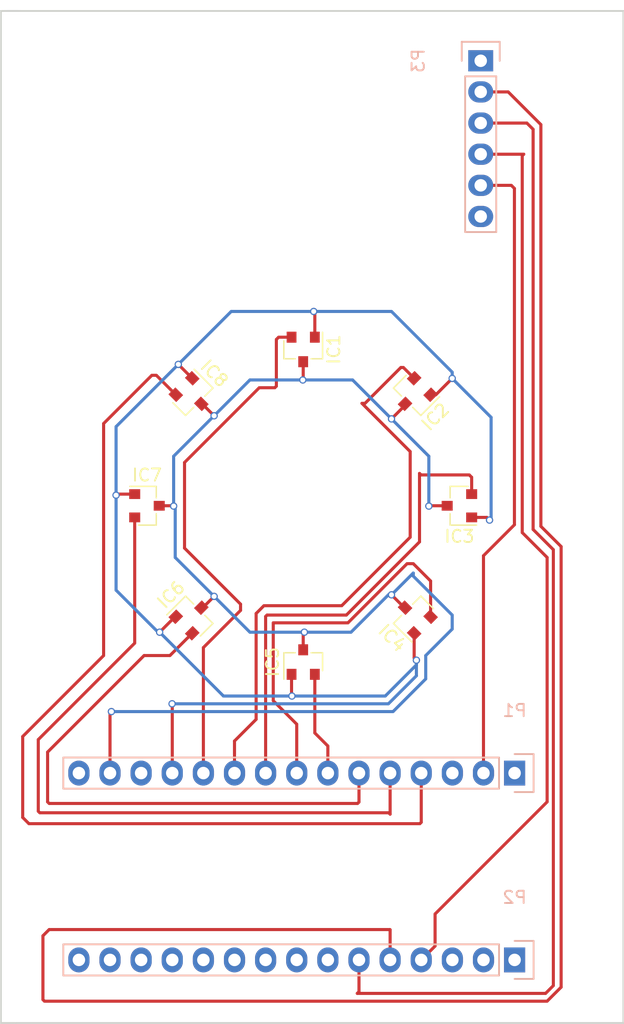
<source format=kicad_pcb>
(kicad_pcb (version 4) (host pcbnew 4.0.4-stable)

  (general
    (links 28)
    (no_connects 0)
    (area 100.254999 71.420666 151.205001 155.015001)
    (thickness 1.6)
    (drawings 9)
    (tracks 204)
    (zones 0)
    (modules 11)
    (nets 33)
  )

  (page A4)
  (layers
    (0 F.Cu signal)
    (31 B.Cu signal)
    (32 B.Adhes user)
    (33 F.Adhes user)
    (34 B.Paste user)
    (35 F.Paste user)
    (36 B.SilkS user)
    (37 F.SilkS user)
    (38 B.Mask user)
    (39 F.Mask user)
    (40 Dwgs.User user)
    (41 Cmts.User user)
    (42 Eco1.User user)
    (43 Eco2.User user)
    (44 Edge.Cuts user)
    (45 Margin user)
    (46 B.CrtYd user)
    (47 F.CrtYd user)
    (48 B.Fab user)
    (49 F.Fab user)
  )

  (setup
    (last_trace_width 0.25)
    (trace_clearance 0.2)
    (zone_clearance 0.508)
    (zone_45_only yes)
    (trace_min 0.2)
    (segment_width 0.2)
    (edge_width 0.15)
    (via_size 0.6)
    (via_drill 0.4)
    (via_min_size 0.4)
    (via_min_drill 0.3)
    (uvia_size 0.3)
    (uvia_drill 0.1)
    (uvias_allowed no)
    (uvia_min_size 0.2)
    (uvia_min_drill 0.1)
    (pcb_text_width 0.3)
    (pcb_text_size 1.5 1.5)
    (mod_edge_width 0.15)
    (mod_text_size 1 1)
    (mod_text_width 0.15)
    (pad_size 1.7272 2.032)
    (pad_drill 1.016)
    (pad_to_mask_clearance 0.2)
    (aux_axis_origin 0 0)
    (visible_elements FFFFEF7F)
    (pcbplotparams
      (layerselection 0x010f0_80000001)
      (usegerberextensions true)
      (excludeedgelayer true)
      (linewidth 0.100000)
      (plotframeref false)
      (viasonmask false)
      (mode 1)
      (useauxorigin false)
      (hpglpennumber 1)
      (hpglpenspeed 20)
      (hpglpendiameter 15)
      (hpglpenoverlay 2)
      (psnegative false)
      (psa4output false)
      (plotreference true)
      (plotvalue true)
      (plotinvisibletext false)
      (padsonsilk false)
      (subtractmaskfromsilk false)
      (outputformat 1)
      (mirror false)
      (drillshape 0)
      (scaleselection 1)
      (outputdirectory gerber/))
  )

  (net 0 "")
  (net 1 "Net-(IC1-Pad1)")
  (net 2 "Net-(IC1-Pad2)")
  (net 3 "Net-(IC1-Pad3)")
  (net 4 "Net-(IC2-Pad2)")
  (net 5 "Net-(IC3-Pad2)")
  (net 6 "Net-(IC4-Pad2)")
  (net 7 "Net-(IC5-Pad2)")
  (net 8 "Net-(IC6-Pad2)")
  (net 9 "Net-(IC7-Pad2)")
  (net 10 "Net-(IC8-Pad2)")
  (net 11 "Net-(P1-Pad1)")
  (net 12 "Net-(P1-Pad2)")
  (net 13 "Net-(P1-Pad3)")
  (net 14 "Net-(P1-Pad13)")
  (net 15 "Net-(P1-Pad15)")
  (net 16 "Net-(P2-Pad1)")
  (net 17 "Net-(P2-Pad2)")
  (net 18 "Net-(P2-Pad3)")
  (net 19 "Net-(P2-Pad4)")
  (net 20 "Net-(P2-Pad5)")
  (net 21 "Net-(P2-Pad6)")
  (net 22 "Net-(P2-Pad7)")
  (net 23 "Net-(P2-Pad8)")
  (net 24 "Net-(P2-Pad9)")
  (net 25 "Net-(P2-Pad10)")
  (net 26 "Net-(P2-Pad11)")
  (net 27 "Net-(P2-Pad12)")
  (net 28 "Net-(P2-Pad13)")
  (net 29 "Net-(P2-Pad14)")
  (net 30 "Net-(P2-Pad15)")
  (net 31 "Net-(P3-Pad1)")
  (net 32 "Net-(P3-Pad6)")

  (net_class Default "This is the default net class."
    (clearance 0.2)
    (trace_width 0.25)
    (via_dia 0.6)
    (via_drill 0.4)
    (uvia_dia 0.3)
    (uvia_drill 0.1)
    (add_net "Net-(IC1-Pad1)")
    (add_net "Net-(IC1-Pad2)")
    (add_net "Net-(IC1-Pad3)")
    (add_net "Net-(IC2-Pad2)")
    (add_net "Net-(IC3-Pad2)")
    (add_net "Net-(IC4-Pad2)")
    (add_net "Net-(IC5-Pad2)")
    (add_net "Net-(IC6-Pad2)")
    (add_net "Net-(IC7-Pad2)")
    (add_net "Net-(IC8-Pad2)")
    (add_net "Net-(P1-Pad1)")
    (add_net "Net-(P1-Pad13)")
    (add_net "Net-(P1-Pad15)")
    (add_net "Net-(P1-Pad2)")
    (add_net "Net-(P1-Pad3)")
    (add_net "Net-(P2-Pad1)")
    (add_net "Net-(P2-Pad10)")
    (add_net "Net-(P2-Pad11)")
    (add_net "Net-(P2-Pad12)")
    (add_net "Net-(P2-Pad13)")
    (add_net "Net-(P2-Pad14)")
    (add_net "Net-(P2-Pad15)")
    (add_net "Net-(P2-Pad2)")
    (add_net "Net-(P2-Pad3)")
    (add_net "Net-(P2-Pad4)")
    (add_net "Net-(P2-Pad5)")
    (add_net "Net-(P2-Pad6)")
    (add_net "Net-(P2-Pad7)")
    (add_net "Net-(P2-Pad8)")
    (add_net "Net-(P2-Pad9)")
    (add_net "Net-(P3-Pad1)")
    (add_net "Net-(P3-Pad6)")
  )

  (module TO_SOT_Packages_SMD:SOT-23 (layer F.Cu) (tedit 583F39EB) (tstamp 5848A5DC)
    (at 134.02 121.77 135)
    (descr "SOT-23, Standard")
    (tags SOT-23)
    (path /58489A69)
    (attr smd)
    (fp_text reference IC4 (at 0 -2.5 135) (layer F.SilkS)
      (effects (font (size 1 1) (thickness 0.15)))
    )
    (fp_text value A1302KLHLT-T (at 0 2.5 135) (layer F.Fab)
      (effects (font (size 1 1) (thickness 0.15)))
    )
    (fp_line (start 0.76 1.58) (end 0.76 0.65) (layer F.SilkS) (width 0.12))
    (fp_line (start 0.76 -1.58) (end 0.76 -0.65) (layer F.SilkS) (width 0.12))
    (fp_line (start 0.7 -1.52) (end 0.7 1.52) (layer F.Fab) (width 0.15))
    (fp_line (start -0.7 1.52) (end 0.7 1.52) (layer F.Fab) (width 0.15))
    (fp_line (start -1.7 -1.75) (end 1.7 -1.75) (layer F.CrtYd) (width 0.05))
    (fp_line (start 1.7 -1.75) (end 1.7 1.75) (layer F.CrtYd) (width 0.05))
    (fp_line (start 1.7 1.75) (end -1.7 1.75) (layer F.CrtYd) (width 0.05))
    (fp_line (start -1.7 1.75) (end -1.7 -1.75) (layer F.CrtYd) (width 0.05))
    (fp_line (start 0.76 -1.58) (end -1.4 -1.58) (layer F.SilkS) (width 0.12))
    (fp_line (start -0.7 -1.52) (end 0.7 -1.52) (layer F.Fab) (width 0.15))
    (fp_line (start -0.7 -1.52) (end -0.7 1.52) (layer F.Fab) (width 0.15))
    (fp_line (start 0.76 1.58) (end -0.7 1.58) (layer F.SilkS) (width 0.12))
    (pad 1 smd rect (at -1 -0.95 135) (size 0.9 0.8) (layers F.Cu F.Paste F.Mask)
      (net 1 "Net-(IC1-Pad1)"))
    (pad 2 smd rect (at -1 0.95 135) (size 0.9 0.8) (layers F.Cu F.Paste F.Mask)
      (net 6 "Net-(IC4-Pad2)"))
    (pad 3 smd rect (at 1 0 135) (size 0.9 0.8) (layers F.Cu F.Paste F.Mask)
      (net 3 "Net-(IC1-Pad3)"))
    (model TO_SOT_Packages_SMD.3dshapes/SOT-23.wrl
      (at (xyz 0 0 0))
      (scale (xyz 1 1 1))
      (rotate (xyz 0 0 90))
    )
  )

  (module TO_SOT_Packages_SMD:SOT-23 (layer F.Cu) (tedit 583F39EB) (tstamp 5848A5E3)
    (at 125 125.5 90)
    (descr "SOT-23, Standard")
    (tags SOT-23)
    (path /58489AAF)
    (attr smd)
    (fp_text reference IC5 (at 0 -2.5 90) (layer F.SilkS)
      (effects (font (size 1 1) (thickness 0.15)))
    )
    (fp_text value A1302KLHLT-T (at 0 2.5 90) (layer F.Fab)
      (effects (font (size 1 1) (thickness 0.15)))
    )
    (fp_line (start 0.76 1.58) (end 0.76 0.65) (layer F.SilkS) (width 0.12))
    (fp_line (start 0.76 -1.58) (end 0.76 -0.65) (layer F.SilkS) (width 0.12))
    (fp_line (start 0.7 -1.52) (end 0.7 1.52) (layer F.Fab) (width 0.15))
    (fp_line (start -0.7 1.52) (end 0.7 1.52) (layer F.Fab) (width 0.15))
    (fp_line (start -1.7 -1.75) (end 1.7 -1.75) (layer F.CrtYd) (width 0.05))
    (fp_line (start 1.7 -1.75) (end 1.7 1.75) (layer F.CrtYd) (width 0.05))
    (fp_line (start 1.7 1.75) (end -1.7 1.75) (layer F.CrtYd) (width 0.05))
    (fp_line (start -1.7 1.75) (end -1.7 -1.75) (layer F.CrtYd) (width 0.05))
    (fp_line (start 0.76 -1.58) (end -1.4 -1.58) (layer F.SilkS) (width 0.12))
    (fp_line (start -0.7 -1.52) (end 0.7 -1.52) (layer F.Fab) (width 0.15))
    (fp_line (start -0.7 -1.52) (end -0.7 1.52) (layer F.Fab) (width 0.15))
    (fp_line (start 0.76 1.58) (end -0.7 1.58) (layer F.SilkS) (width 0.12))
    (pad 1 smd rect (at -1 -0.95 90) (size 0.9 0.8) (layers F.Cu F.Paste F.Mask)
      (net 1 "Net-(IC1-Pad1)"))
    (pad 2 smd rect (at -1 0.95 90) (size 0.9 0.8) (layers F.Cu F.Paste F.Mask)
      (net 7 "Net-(IC5-Pad2)"))
    (pad 3 smd rect (at 1 0 90) (size 0.9 0.8) (layers F.Cu F.Paste F.Mask)
      (net 3 "Net-(IC1-Pad3)"))
    (model TO_SOT_Packages_SMD.3dshapes/SOT-23.wrl
      (at (xyz 0 0 0))
      (scale (xyz 1 1 1))
      (rotate (xyz 0 0 90))
    )
  )

  (module TO_SOT_Packages_SMD:SOT-23 (layer F.Cu) (tedit 583F39EB) (tstamp 5848A5C7)
    (at 125 100 270)
    (descr "SOT-23, Standard")
    (tags SOT-23)
    (path /58489998)
    (attr smd)
    (fp_text reference IC1 (at 0 -2.5 270) (layer F.SilkS)
      (effects (font (size 1 1) (thickness 0.15)))
    )
    (fp_text value A1302KLHLT-T (at 0 2.5 270) (layer F.Fab)
      (effects (font (size 1 1) (thickness 0.15)))
    )
    (fp_line (start 0.76 1.58) (end 0.76 0.65) (layer F.SilkS) (width 0.12))
    (fp_line (start 0.76 -1.58) (end 0.76 -0.65) (layer F.SilkS) (width 0.12))
    (fp_line (start 0.7 -1.52) (end 0.7 1.52) (layer F.Fab) (width 0.15))
    (fp_line (start -0.7 1.52) (end 0.7 1.52) (layer F.Fab) (width 0.15))
    (fp_line (start -1.7 -1.75) (end 1.7 -1.75) (layer F.CrtYd) (width 0.05))
    (fp_line (start 1.7 -1.75) (end 1.7 1.75) (layer F.CrtYd) (width 0.05))
    (fp_line (start 1.7 1.75) (end -1.7 1.75) (layer F.CrtYd) (width 0.05))
    (fp_line (start -1.7 1.75) (end -1.7 -1.75) (layer F.CrtYd) (width 0.05))
    (fp_line (start 0.76 -1.58) (end -1.4 -1.58) (layer F.SilkS) (width 0.12))
    (fp_line (start -0.7 -1.52) (end 0.7 -1.52) (layer F.Fab) (width 0.15))
    (fp_line (start -0.7 -1.52) (end -0.7 1.52) (layer F.Fab) (width 0.15))
    (fp_line (start 0.76 1.58) (end -0.7 1.58) (layer F.SilkS) (width 0.12))
    (pad 1 smd rect (at -1 -0.95 270) (size 0.9 0.8) (layers F.Cu F.Paste F.Mask)
      (net 1 "Net-(IC1-Pad1)"))
    (pad 2 smd rect (at -1 0.95 270) (size 0.9 0.8) (layers F.Cu F.Paste F.Mask)
      (net 2 "Net-(IC1-Pad2)"))
    (pad 3 smd rect (at 1 0 270) (size 0.9 0.8) (layers F.Cu F.Paste F.Mask)
      (net 3 "Net-(IC1-Pad3)"))
    (model TO_SOT_Packages_SMD.3dshapes/SOT-23.wrl
      (at (xyz 0 0 0))
      (scale (xyz 1 1 1))
      (rotate (xyz 0 0 90))
    )
  )

  (module TO_SOT_Packages_SMD:SOT-23 (layer F.Cu) (tedit 583F39EB) (tstamp 5848A5CE)
    (at 134.02 103.73 225)
    (descr "SOT-23, Standard")
    (tags SOT-23)
    (path /584899FA)
    (attr smd)
    (fp_text reference IC2 (at 0 -2.5 225) (layer F.SilkS)
      (effects (font (size 1 1) (thickness 0.15)))
    )
    (fp_text value A1302KLHLT-T (at 0 2.5 225) (layer F.Fab)
      (effects (font (size 1 1) (thickness 0.15)))
    )
    (fp_line (start 0.76 1.58) (end 0.76 0.65) (layer F.SilkS) (width 0.12))
    (fp_line (start 0.76 -1.58) (end 0.76 -0.65) (layer F.SilkS) (width 0.12))
    (fp_line (start 0.7 -1.52) (end 0.7 1.52) (layer F.Fab) (width 0.15))
    (fp_line (start -0.7 1.52) (end 0.7 1.52) (layer F.Fab) (width 0.15))
    (fp_line (start -1.7 -1.75) (end 1.7 -1.75) (layer F.CrtYd) (width 0.05))
    (fp_line (start 1.7 -1.75) (end 1.7 1.75) (layer F.CrtYd) (width 0.05))
    (fp_line (start 1.7 1.75) (end -1.7 1.75) (layer F.CrtYd) (width 0.05))
    (fp_line (start -1.7 1.75) (end -1.7 -1.75) (layer F.CrtYd) (width 0.05))
    (fp_line (start 0.76 -1.58) (end -1.4 -1.58) (layer F.SilkS) (width 0.12))
    (fp_line (start -0.7 -1.52) (end 0.7 -1.52) (layer F.Fab) (width 0.15))
    (fp_line (start -0.7 -1.52) (end -0.7 1.52) (layer F.Fab) (width 0.15))
    (fp_line (start 0.76 1.58) (end -0.7 1.58) (layer F.SilkS) (width 0.12))
    (pad 1 smd rect (at -1 -0.95 225) (size 0.9 0.8) (layers F.Cu F.Paste F.Mask)
      (net 1 "Net-(IC1-Pad1)"))
    (pad 2 smd rect (at -1 0.95 225) (size 0.9 0.8) (layers F.Cu F.Paste F.Mask)
      (net 4 "Net-(IC2-Pad2)"))
    (pad 3 smd rect (at 1 0 225) (size 0.9 0.8) (layers F.Cu F.Paste F.Mask)
      (net 3 "Net-(IC1-Pad3)"))
    (model TO_SOT_Packages_SMD.3dshapes/SOT-23.wrl
      (at (xyz 0 0 0))
      (scale (xyz 1 1 1))
      (rotate (xyz 0 0 90))
    )
  )

  (module TO_SOT_Packages_SMD:SOT-23 (layer F.Cu) (tedit 583F39EB) (tstamp 5848A5D5)
    (at 137.75 112.75 180)
    (descr "SOT-23, Standard")
    (tags SOT-23)
    (path /58489A29)
    (attr smd)
    (fp_text reference IC3 (at 0 -2.5 180) (layer F.SilkS)
      (effects (font (size 1 1) (thickness 0.15)))
    )
    (fp_text value A1302KLHLT-T (at 0 2.5 180) (layer F.Fab)
      (effects (font (size 1 1) (thickness 0.15)))
    )
    (fp_line (start 0.76 1.58) (end 0.76 0.65) (layer F.SilkS) (width 0.12))
    (fp_line (start 0.76 -1.58) (end 0.76 -0.65) (layer F.SilkS) (width 0.12))
    (fp_line (start 0.7 -1.52) (end 0.7 1.52) (layer F.Fab) (width 0.15))
    (fp_line (start -0.7 1.52) (end 0.7 1.52) (layer F.Fab) (width 0.15))
    (fp_line (start -1.7 -1.75) (end 1.7 -1.75) (layer F.CrtYd) (width 0.05))
    (fp_line (start 1.7 -1.75) (end 1.7 1.75) (layer F.CrtYd) (width 0.05))
    (fp_line (start 1.7 1.75) (end -1.7 1.75) (layer F.CrtYd) (width 0.05))
    (fp_line (start -1.7 1.75) (end -1.7 -1.75) (layer F.CrtYd) (width 0.05))
    (fp_line (start 0.76 -1.58) (end -1.4 -1.58) (layer F.SilkS) (width 0.12))
    (fp_line (start -0.7 -1.52) (end 0.7 -1.52) (layer F.Fab) (width 0.15))
    (fp_line (start -0.7 -1.52) (end -0.7 1.52) (layer F.Fab) (width 0.15))
    (fp_line (start 0.76 1.58) (end -0.7 1.58) (layer F.SilkS) (width 0.12))
    (pad 1 smd rect (at -1 -0.95 180) (size 0.9 0.8) (layers F.Cu F.Paste F.Mask)
      (net 1 "Net-(IC1-Pad1)"))
    (pad 2 smd rect (at -1 0.95 180) (size 0.9 0.8) (layers F.Cu F.Paste F.Mask)
      (net 5 "Net-(IC3-Pad2)"))
    (pad 3 smd rect (at 1 0 180) (size 0.9 0.8) (layers F.Cu F.Paste F.Mask)
      (net 3 "Net-(IC1-Pad3)"))
    (model TO_SOT_Packages_SMD.3dshapes/SOT-23.wrl
      (at (xyz 0 0 0))
      (scale (xyz 1 1 1))
      (rotate (xyz 0 0 90))
    )
  )

  (module TO_SOT_Packages_SMD:SOT-23 (layer F.Cu) (tedit 583F39EB) (tstamp 5848A5EA)
    (at 115.98 121.77 45)
    (descr "SOT-23, Standard")
    (tags SOT-23)
    (path /58489AFB)
    (attr smd)
    (fp_text reference IC6 (at 0 -2.5 45) (layer F.SilkS)
      (effects (font (size 1 1) (thickness 0.15)))
    )
    (fp_text value A1302KLHLT-T (at 0 2.5 45) (layer F.Fab)
      (effects (font (size 1 1) (thickness 0.15)))
    )
    (fp_line (start 0.76 1.58) (end 0.76 0.65) (layer F.SilkS) (width 0.12))
    (fp_line (start 0.76 -1.58) (end 0.76 -0.65) (layer F.SilkS) (width 0.12))
    (fp_line (start 0.7 -1.52) (end 0.7 1.52) (layer F.Fab) (width 0.15))
    (fp_line (start -0.7 1.52) (end 0.7 1.52) (layer F.Fab) (width 0.15))
    (fp_line (start -1.7 -1.75) (end 1.7 -1.75) (layer F.CrtYd) (width 0.05))
    (fp_line (start 1.7 -1.75) (end 1.7 1.75) (layer F.CrtYd) (width 0.05))
    (fp_line (start 1.7 1.75) (end -1.7 1.75) (layer F.CrtYd) (width 0.05))
    (fp_line (start -1.7 1.75) (end -1.7 -1.75) (layer F.CrtYd) (width 0.05))
    (fp_line (start 0.76 -1.58) (end -1.4 -1.58) (layer F.SilkS) (width 0.12))
    (fp_line (start -0.7 -1.52) (end 0.7 -1.52) (layer F.Fab) (width 0.15))
    (fp_line (start -0.7 -1.52) (end -0.7 1.52) (layer F.Fab) (width 0.15))
    (fp_line (start 0.76 1.58) (end -0.7 1.58) (layer F.SilkS) (width 0.12))
    (pad 1 smd rect (at -1 -0.95 45) (size 0.9 0.8) (layers F.Cu F.Paste F.Mask)
      (net 1 "Net-(IC1-Pad1)"))
    (pad 2 smd rect (at -1 0.95 45) (size 0.9 0.8) (layers F.Cu F.Paste F.Mask)
      (net 8 "Net-(IC6-Pad2)"))
    (pad 3 smd rect (at 1 0 45) (size 0.9 0.8) (layers F.Cu F.Paste F.Mask)
      (net 3 "Net-(IC1-Pad3)"))
    (model TO_SOT_Packages_SMD.3dshapes/SOT-23.wrl
      (at (xyz 0 0 0))
      (scale (xyz 1 1 1))
      (rotate (xyz 0 0 90))
    )
  )

  (module TO_SOT_Packages_SMD:SOT-23 (layer F.Cu) (tedit 583F39EB) (tstamp 5848A5F1)
    (at 112.25 112.75)
    (descr "SOT-23, Standard")
    (tags SOT-23)
    (path /58489B5A)
    (attr smd)
    (fp_text reference IC7 (at 0 -2.5) (layer F.SilkS)
      (effects (font (size 1 1) (thickness 0.15)))
    )
    (fp_text value A1302KLHLT-T (at 0 2.5) (layer F.Fab)
      (effects (font (size 1 1) (thickness 0.15)))
    )
    (fp_line (start 0.76 1.58) (end 0.76 0.65) (layer F.SilkS) (width 0.12))
    (fp_line (start 0.76 -1.58) (end 0.76 -0.65) (layer F.SilkS) (width 0.12))
    (fp_line (start 0.7 -1.52) (end 0.7 1.52) (layer F.Fab) (width 0.15))
    (fp_line (start -0.7 1.52) (end 0.7 1.52) (layer F.Fab) (width 0.15))
    (fp_line (start -1.7 -1.75) (end 1.7 -1.75) (layer F.CrtYd) (width 0.05))
    (fp_line (start 1.7 -1.75) (end 1.7 1.75) (layer F.CrtYd) (width 0.05))
    (fp_line (start 1.7 1.75) (end -1.7 1.75) (layer F.CrtYd) (width 0.05))
    (fp_line (start -1.7 1.75) (end -1.7 -1.75) (layer F.CrtYd) (width 0.05))
    (fp_line (start 0.76 -1.58) (end -1.4 -1.58) (layer F.SilkS) (width 0.12))
    (fp_line (start -0.7 -1.52) (end 0.7 -1.52) (layer F.Fab) (width 0.15))
    (fp_line (start -0.7 -1.52) (end -0.7 1.52) (layer F.Fab) (width 0.15))
    (fp_line (start 0.76 1.58) (end -0.7 1.58) (layer F.SilkS) (width 0.12))
    (pad 1 smd rect (at -1 -0.95) (size 0.9 0.8) (layers F.Cu F.Paste F.Mask)
      (net 1 "Net-(IC1-Pad1)"))
    (pad 2 smd rect (at -1 0.95) (size 0.9 0.8) (layers F.Cu F.Paste F.Mask)
      (net 9 "Net-(IC7-Pad2)"))
    (pad 3 smd rect (at 1 0) (size 0.9 0.8) (layers F.Cu F.Paste F.Mask)
      (net 3 "Net-(IC1-Pad3)"))
    (model TO_SOT_Packages_SMD.3dshapes/SOT-23.wrl
      (at (xyz 0 0 0))
      (scale (xyz 1 1 1))
      (rotate (xyz 0 0 90))
    )
  )

  (module TO_SOT_Packages_SMD:SOT-23 (layer F.Cu) (tedit 583F39EB) (tstamp 5848A5F8)
    (at 115.98 103.73 315)
    (descr "SOT-23, Standard")
    (tags SOT-23)
    (path /58489BAC)
    (attr smd)
    (fp_text reference IC8 (at 0 -2.5 315) (layer F.SilkS)
      (effects (font (size 1 1) (thickness 0.15)))
    )
    (fp_text value A1302KLHLT-T (at 0 2.5 315) (layer F.Fab)
      (effects (font (size 1 1) (thickness 0.15)))
    )
    (fp_line (start 0.76 1.58) (end 0.76 0.65) (layer F.SilkS) (width 0.12))
    (fp_line (start 0.76 -1.58) (end 0.76 -0.65) (layer F.SilkS) (width 0.12))
    (fp_line (start 0.7 -1.52) (end 0.7 1.52) (layer F.Fab) (width 0.15))
    (fp_line (start -0.7 1.52) (end 0.7 1.52) (layer F.Fab) (width 0.15))
    (fp_line (start -1.7 -1.75) (end 1.7 -1.75) (layer F.CrtYd) (width 0.05))
    (fp_line (start 1.7 -1.75) (end 1.7 1.75) (layer F.CrtYd) (width 0.05))
    (fp_line (start 1.7 1.75) (end -1.7 1.75) (layer F.CrtYd) (width 0.05))
    (fp_line (start -1.7 1.75) (end -1.7 -1.75) (layer F.CrtYd) (width 0.05))
    (fp_line (start 0.76 -1.58) (end -1.4 -1.58) (layer F.SilkS) (width 0.12))
    (fp_line (start -0.7 -1.52) (end 0.7 -1.52) (layer F.Fab) (width 0.15))
    (fp_line (start -0.7 -1.52) (end -0.7 1.52) (layer F.Fab) (width 0.15))
    (fp_line (start 0.76 1.58) (end -0.7 1.58) (layer F.SilkS) (width 0.12))
    (pad 1 smd rect (at -1 -0.95 315) (size 0.9 0.8) (layers F.Cu F.Paste F.Mask)
      (net 1 "Net-(IC1-Pad1)"))
    (pad 2 smd rect (at -1 0.95 315) (size 0.9 0.8) (layers F.Cu F.Paste F.Mask)
      (net 10 "Net-(IC8-Pad2)"))
    (pad 3 smd rect (at 1 0 315) (size 0.9 0.8) (layers F.Cu F.Paste F.Mask)
      (net 3 "Net-(IC1-Pad3)"))
    (model TO_SOT_Packages_SMD.3dshapes/SOT-23.wrl
      (at (xyz 0 0 0))
      (scale (xyz 1 1 1))
      (rotate (xyz 0 0 90))
    )
  )

  (module Socket_Strips:Socket_Strip_Straight_1x15 (layer B.Cu) (tedit 0) (tstamp 5848A60B)
    (at 142.2535 134.5555 180)
    (descr "Through hole socket strip")
    (tags "socket strip")
    (path /5848AFF6)
    (fp_text reference P1 (at 0 5.1 180) (layer B.SilkS)
      (effects (font (size 1 1) (thickness 0.15)) (justify mirror))
    )
    (fp_text value CONN_01X15 (at 0 3.1 180) (layer B.Fab)
      (effects (font (size 1 1) (thickness 0.15)) (justify mirror))
    )
    (fp_line (start -1.75 1.75) (end -1.75 -1.75) (layer B.CrtYd) (width 0.05))
    (fp_line (start 37.35 1.75) (end 37.35 -1.75) (layer B.CrtYd) (width 0.05))
    (fp_line (start -1.75 1.75) (end 37.35 1.75) (layer B.CrtYd) (width 0.05))
    (fp_line (start -1.75 -1.75) (end 37.35 -1.75) (layer B.CrtYd) (width 0.05))
    (fp_line (start 1.27 1.27) (end 36.83 1.27) (layer B.SilkS) (width 0.15))
    (fp_line (start 36.83 1.27) (end 36.83 -1.27) (layer B.SilkS) (width 0.15))
    (fp_line (start 36.83 -1.27) (end 1.27 -1.27) (layer B.SilkS) (width 0.15))
    (fp_line (start -1.55 -1.55) (end 0 -1.55) (layer B.SilkS) (width 0.15))
    (fp_line (start 1.27 -1.27) (end 1.27 1.27) (layer B.SilkS) (width 0.15))
    (fp_line (start 0 1.55) (end -1.55 1.55) (layer B.SilkS) (width 0.15))
    (fp_line (start -1.55 1.55) (end -1.55 -1.55) (layer B.SilkS) (width 0.15))
    (pad 1 thru_hole rect (at 0 0 180) (size 1.7272 2.032) (drill 1.016) (layers *.Cu *.Mask)
      (net 11 "Net-(P1-Pad1)"))
    (pad 2 thru_hole oval (at 2.54 0 180) (size 1.7272 2.032) (drill 1.016) (layers *.Cu *.Mask)
      (net 12 "Net-(P1-Pad2)"))
    (pad 3 thru_hole oval (at 5.08 0 180) (size 1.7272 2.032) (drill 1.016) (layers *.Cu *.Mask)
      (net 13 "Net-(P1-Pad3)"))
    (pad 4 thru_hole oval (at 7.62 0 180) (size 1.7272 2.032) (drill 1.016) (layers *.Cu *.Mask)
      (net 10 "Net-(IC8-Pad2)"))
    (pad 5 thru_hole oval (at 10.16 0 180) (size 1.7272 2.032) (drill 1.016) (layers *.Cu *.Mask)
      (net 9 "Net-(IC7-Pad2)"))
    (pad 6 thru_hole oval (at 12.7 0 180) (size 1.7272 2.032) (drill 1.016) (layers *.Cu *.Mask)
      (net 8 "Net-(IC6-Pad2)"))
    (pad 7 thru_hole oval (at 15.24 0 180) (size 1.7272 2.032) (drill 1.016) (layers *.Cu *.Mask)
      (net 7 "Net-(IC5-Pad2)"))
    (pad 8 thru_hole oval (at 17.78 0 180) (size 1.7272 2.032) (drill 1.016) (layers *.Cu *.Mask)
      (net 6 "Net-(IC4-Pad2)"))
    (pad 9 thru_hole oval (at 20.32 0 180) (size 1.7272 2.032) (drill 1.016) (layers *.Cu *.Mask)
      (net 5 "Net-(IC3-Pad2)"))
    (pad 10 thru_hole oval (at 22.86 0 180) (size 1.7272 2.032) (drill 1.016) (layers *.Cu *.Mask)
      (net 4 "Net-(IC2-Pad2)"))
    (pad 11 thru_hole oval (at 25.4 0 180) (size 1.7272 2.032) (drill 1.016) (layers *.Cu *.Mask)
      (net 2 "Net-(IC1-Pad2)"))
    (pad 12 thru_hole oval (at 27.94 0 180) (size 1.7272 2.032) (drill 1.016) (layers *.Cu *.Mask)
      (net 1 "Net-(IC1-Pad1)"))
    (pad 13 thru_hole oval (at 30.48 0 180) (size 1.7272 2.032) (drill 1.016) (layers *.Cu *.Mask)
      (net 14 "Net-(P1-Pad13)"))
    (pad 14 thru_hole oval (at 33.02 0 180) (size 1.7272 2.032) (drill 1.016) (layers *.Cu *.Mask)
      (net 3 "Net-(IC1-Pad3)"))
    (pad 15 thru_hole oval (at 35.56 0 180) (size 1.7272 2.032) (drill 1.016) (layers *.Cu *.Mask)
      (net 15 "Net-(P1-Pad15)"))
    (model Socket_Strips.3dshapes/Socket_Strip_Straight_1x15.wrl
      (at (xyz 0.7 0 0))
      (scale (xyz 1 1 1))
      (rotate (xyz 0 0 180))
    )
  )

  (module Socket_Strips:Socket_Strip_Straight_1x15 (layer B.Cu) (tedit 0) (tstamp 5848A61E)
    (at 142.2535 149.7955 180)
    (descr "Through hole socket strip")
    (tags "socket strip")
    (path /5848B2B9)
    (fp_text reference P2 (at 0 5.1 180) (layer B.SilkS)
      (effects (font (size 1 1) (thickness 0.15)) (justify mirror))
    )
    (fp_text value CONN_01X15 (at 0 3.1 180) (layer B.Fab)
      (effects (font (size 1 1) (thickness 0.15)) (justify mirror))
    )
    (fp_line (start -1.75 1.75) (end -1.75 -1.75) (layer B.CrtYd) (width 0.05))
    (fp_line (start 37.35 1.75) (end 37.35 -1.75) (layer B.CrtYd) (width 0.05))
    (fp_line (start -1.75 1.75) (end 37.35 1.75) (layer B.CrtYd) (width 0.05))
    (fp_line (start -1.75 -1.75) (end 37.35 -1.75) (layer B.CrtYd) (width 0.05))
    (fp_line (start 1.27 1.27) (end 36.83 1.27) (layer B.SilkS) (width 0.15))
    (fp_line (start 36.83 1.27) (end 36.83 -1.27) (layer B.SilkS) (width 0.15))
    (fp_line (start 36.83 -1.27) (end 1.27 -1.27) (layer B.SilkS) (width 0.15))
    (fp_line (start -1.55 -1.55) (end 0 -1.55) (layer B.SilkS) (width 0.15))
    (fp_line (start 1.27 -1.27) (end 1.27 1.27) (layer B.SilkS) (width 0.15))
    (fp_line (start 0 1.55) (end -1.55 1.55) (layer B.SilkS) (width 0.15))
    (fp_line (start -1.55 1.55) (end -1.55 -1.55) (layer B.SilkS) (width 0.15))
    (pad 1 thru_hole rect (at 0 0 180) (size 1.7272 2.032) (drill 1.016) (layers *.Cu *.Mask)
      (net 16 "Net-(P2-Pad1)"))
    (pad 2 thru_hole oval (at 2.54 0 180) (size 1.7272 2.032) (drill 1.016) (layers *.Cu *.Mask)
      (net 17 "Net-(P2-Pad2)"))
    (pad 3 thru_hole oval (at 5.08 0 180) (size 1.7272 2.032) (drill 1.016) (layers *.Cu *.Mask)
      (net 18 "Net-(P2-Pad3)"))
    (pad 4 thru_hole oval (at 7.62 0 180) (size 1.7272 2.032) (drill 1.016) (layers *.Cu *.Mask)
      (net 19 "Net-(P2-Pad4)"))
    (pad 5 thru_hole oval (at 10.16 0 180) (size 1.7272 2.032) (drill 1.016) (layers *.Cu *.Mask)
      (net 20 "Net-(P2-Pad5)"))
    (pad 6 thru_hole oval (at 12.7 0 180) (size 1.7272 2.032) (drill 1.016) (layers *.Cu *.Mask)
      (net 21 "Net-(P2-Pad6)"))
    (pad 7 thru_hole oval (at 15.24 0 180) (size 1.7272 2.032) (drill 1.016) (layers *.Cu *.Mask)
      (net 22 "Net-(P2-Pad7)"))
    (pad 8 thru_hole oval (at 17.78 0 180) (size 1.7272 2.032) (drill 1.016) (layers *.Cu *.Mask)
      (net 23 "Net-(P2-Pad8)"))
    (pad 9 thru_hole oval (at 20.32 0 180) (size 1.7272 2.032) (drill 1.016) (layers *.Cu *.Mask)
      (net 24 "Net-(P2-Pad9)"))
    (pad 10 thru_hole oval (at 22.86 0 180) (size 1.7272 2.032) (drill 1.016) (layers *.Cu *.Mask)
      (net 25 "Net-(P2-Pad10)"))
    (pad 11 thru_hole oval (at 25.4 0 180) (size 1.7272 2.032) (drill 1.016) (layers *.Cu *.Mask)
      (net 26 "Net-(P2-Pad11)"))
    (pad 12 thru_hole oval (at 27.94 0 180) (size 1.7272 2.032) (drill 1.016) (layers *.Cu *.Mask)
      (net 27 "Net-(P2-Pad12)"))
    (pad 13 thru_hole oval (at 30.48 0 180) (size 1.7272 2.032) (drill 1.016) (layers *.Cu *.Mask)
      (net 28 "Net-(P2-Pad13)"))
    (pad 14 thru_hole oval (at 33.02 0 180) (size 1.7272 2.032) (drill 1.016) (layers *.Cu *.Mask)
      (net 29 "Net-(P2-Pad14)"))
    (pad 15 thru_hole oval (at 35.56 0 180) (size 1.7272 2.032) (drill 1.016) (layers *.Cu *.Mask)
      (net 30 "Net-(P2-Pad15)"))
    (model Socket_Strips.3dshapes/Socket_Strip_Straight_1x15.wrl
      (at (xyz 0.7 0 0))
      (scale (xyz 1 1 1))
      (rotate (xyz 0 0 180))
    )
  )

  (module Socket_Strips:Socket_Strip_Straight_1x06 (layer B.Cu) (tedit 0) (tstamp 5849B9EB)
    (at 139.488001 76.454 270)
    (descr "Through hole socket strip")
    (tags "socket strip")
    (path /5849B8D1)
    (fp_text reference P3 (at 0 5.1 270) (layer B.SilkS)
      (effects (font (size 1 1) (thickness 0.15)) (justify mirror))
    )
    (fp_text value CONN_01X06 (at 0 3.1 270) (layer B.Fab)
      (effects (font (size 1 1) (thickness 0.15)) (justify mirror))
    )
    (fp_line (start -1.75 1.75) (end -1.75 -1.75) (layer B.CrtYd) (width 0.05))
    (fp_line (start 14.45 1.75) (end 14.45 -1.75) (layer B.CrtYd) (width 0.05))
    (fp_line (start -1.75 1.75) (end 14.45 1.75) (layer B.CrtYd) (width 0.05))
    (fp_line (start -1.75 -1.75) (end 14.45 -1.75) (layer B.CrtYd) (width 0.05))
    (fp_line (start 1.27 -1.27) (end 13.97 -1.27) (layer B.SilkS) (width 0.15))
    (fp_line (start 13.97 -1.27) (end 13.97 1.27) (layer B.SilkS) (width 0.15))
    (fp_line (start 13.97 1.27) (end 1.27 1.27) (layer B.SilkS) (width 0.15))
    (fp_line (start -1.55 -1.55) (end 0 -1.55) (layer B.SilkS) (width 0.15))
    (fp_line (start 1.27 -1.27) (end 1.27 1.27) (layer B.SilkS) (width 0.15))
    (fp_line (start 0 1.55) (end -1.55 1.55) (layer B.SilkS) (width 0.15))
    (fp_line (start -1.55 1.55) (end -1.55 -1.55) (layer B.SilkS) (width 0.15))
    (pad 1 thru_hole rect (at 0 0 270) (size 1.7272 2.032) (drill 1.016) (layers *.Cu *.Mask)
      (net 31 "Net-(P3-Pad1)"))
    (pad 2 thru_hole oval (at 2.54 0 270) (size 1.7272 2.032) (drill 1.016) (layers *.Cu *.Mask)
      (net 20 "Net-(P2-Pad5)"))
    (pad 3 thru_hole oval (at 5.08 0 270) (size 1.7272 2.032) (drill 1.016) (layers *.Cu *.Mask)
      (net 21 "Net-(P2-Pad6)"))
    (pad 4 thru_hole oval (at 7.62 0 270) (size 1.7272 2.032) (drill 1.016) (layers *.Cu *.Mask)
      (net 19 "Net-(P2-Pad4)"))
    (pad 5 thru_hole oval (at 10.16 0 270) (size 1.7272 2.032) (drill 1.016) (layers *.Cu *.Mask)
      (net 12 "Net-(P1-Pad2)"))
    (pad 6 thru_hole oval (at 12.7 0 270) (size 1.7272 2.032) (drill 1.016) (layers *.Cu *.Mask)
      (net 32 "Net-(P3-Pad6)"))
    (model Socket_Strips.3dshapes/Socket_Strip_Straight_1x06.wrl
      (at (xyz 0.25 0 0))
      (scale (xyz 1 1 1))
      (rotate (xyz 0 0 180))
    )
  )

  (gr_line (start 100.711 72.39) (end 101.854 72.39) (angle 90) (layer Edge.Cuts) (width 0.15))
  (gr_line (start 100.33 72.39) (end 100.711 72.39) (angle 90) (layer Edge.Cuts) (width 0.15))
  (gr_line (start 100.33 92.71) (end 100.33 72.39) (angle 90) (layer Edge.Cuts) (width 0.15))
  (gr_line (start 151.13 72.39) (end 100.711 72.39) (angle 90) (layer Edge.Cuts) (width 0.15))
  (gr_line (start 151.13 92.71) (end 151.13 72.39) (angle 90) (layer Edge.Cuts) (width 0.15))
  (gr_line (start 100.33 154.94) (end 101.6 154.94) (angle 90) (layer Edge.Cuts) (width 0.15))
  (gr_line (start 100.33 92.71) (end 100.33 154.94) (angle 90) (layer Edge.Cuts) (width 0.15))
  (gr_line (start 151.13 154.94) (end 151.13 92.71) (angle 90) (layer Edge.Cuts) (width 0.15))
  (gr_line (start 101.6 154.94) (end 151.13 154.94) (angle 90) (layer Edge.Cuts) (width 0.15))

  (segment (start 134.239 125.349) (end 134.239 126.619) (width 0.25) (layer B.Cu) (net 1))
  (segment (start 114.3135 128.9185) (end 114.3135 134.5555) (width 0.25) (layer F.Cu) (net 1) (tstamp 5849BD72))
  (segment (start 114.3 128.905) (end 114.3135 128.9185) (width 0.25) (layer F.Cu) (net 1) (tstamp 5849BD71))
  (via (at 114.3 128.905) (size 0.6) (drill 0.4) (layers F.Cu B.Cu) (net 1))
  (segment (start 131.953 128.905) (end 114.3 128.905) (width 0.25) (layer B.Cu) (net 1) (tstamp 5849BD68))
  (segment (start 134.239 126.619) (end 131.953 128.905) (width 0.25) (layer B.Cu) (net 1) (tstamp 5849BD67))
  (segment (start 137.16 102.362) (end 138.303 103.505) (width 0.25) (layer B.Cu) (net 1))
  (segment (start 139.989 113.7) (end 138.75 113.7) (width 0.25) (layer F.Cu) (net 1) (tstamp 5849B319))
  (segment (start 140.208 113.919) (end 139.989 113.7) (width 0.25) (layer F.Cu) (net 1) (tstamp 5849B318))
  (via (at 140.208 113.919) (size 0.6) (drill 0.4) (layers F.Cu B.Cu) (net 1))
  (segment (start 140.335 113.792) (end 140.208 113.919) (width 0.25) (layer B.Cu) (net 1) (tstamp 5849B314))
  (segment (start 140.335 105.537) (end 140.335 113.792) (width 0.25) (layer B.Cu) (net 1) (tstamp 5849B30E))
  (segment (start 138.303 103.505) (end 140.335 105.537) (width 0.25) (layer B.Cu) (net 1) (tstamp 5849B30A))
  (segment (start 125.857 96.901) (end 132.207 96.901) (width 0.25) (layer B.Cu) (net 1))
  (segment (start 137.16 102.362) (end 135.827355 103.694645) (width 0.25) (layer F.Cu) (net 1) (tstamp 5849B301))
  (via (at 137.16 102.362) (size 0.6) (drill 0.4) (layers F.Cu B.Cu) (net 1))
  (segment (start 137.16 101.854) (end 137.16 102.362) (width 0.25) (layer B.Cu) (net 1) (tstamp 5849B2FB))
  (segment (start 132.207 96.901) (end 137.16 101.854) (width 0.25) (layer B.Cu) (net 1) (tstamp 5849B2F8))
  (segment (start 135.827355 103.694645) (end 135.398858 103.694645) (width 0.25) (layer F.Cu) (net 1) (tstamp 5849B302))
  (segment (start 114.808 101.219) (end 119.126 96.901) (width 0.25) (layer B.Cu) (net 1))
  (segment (start 125.95 96.994) (end 125.95 99) (width 0.25) (layer F.Cu) (net 1) (tstamp 5849B263))
  (segment (start 125.857 96.901) (end 125.95 96.994) (width 0.25) (layer F.Cu) (net 1) (tstamp 5849B262))
  (via (at 125.857 96.901) (size 0.6) (drill 0.4) (layers F.Cu B.Cu) (net 1))
  (segment (start 119.126 96.901) (end 125.857 96.901) (width 0.25) (layer B.Cu) (net 1) (tstamp 5849B25A))
  (segment (start 109.728 111.887) (end 109.728 106.299) (width 0.25) (layer B.Cu) (net 1))
  (segment (start 114.808 101.219) (end 115.940142 102.351142) (width 0.25) (layer F.Cu) (net 1) (tstamp 5849B253))
  (via (at 114.808 101.219) (size 0.6) (drill 0.4) (layers F.Cu B.Cu) (net 1))
  (segment (start 109.728 106.299) (end 114.808 101.219) (width 0.25) (layer B.Cu) (net 1) (tstamp 5849B24C))
  (segment (start 115.940142 102.351142) (end 115.944645 102.351142) (width 0.25) (layer F.Cu) (net 1) (tstamp 5849B254))
  (segment (start 113.284 123.063) (end 113.157 123.063) (width 0.25) (layer B.Cu) (net 1))
  (segment (start 109.815 111.8) (end 111.25 111.8) (width 0.25) (layer F.Cu) (net 1) (tstamp 5849B245))
  (segment (start 109.728 111.887) (end 109.815 111.8) (width 0.25) (layer F.Cu) (net 1) (tstamp 5849B244))
  (via (at 109.728 111.887) (size 0.6) (drill 0.4) (layers F.Cu B.Cu) (net 1))
  (segment (start 109.728 119.634) (end 109.728 111.887) (width 0.25) (layer B.Cu) (net 1) (tstamp 5849B23C))
  (segment (start 113.157 123.063) (end 109.728 119.634) (width 0.25) (layer B.Cu) (net 1) (tstamp 5849B239))
  (segment (start 124.079 128.27) (end 118.491 128.27) (width 0.25) (layer B.Cu) (net 1))
  (segment (start 113.284 123.063) (end 114.541645 121.805355) (width 0.25) (layer F.Cu) (net 1) (tstamp 5849B232))
  (via (at 113.284 123.063) (size 0.6) (drill 0.4) (layers F.Cu B.Cu) (net 1))
  (segment (start 118.491 128.27) (end 113.284 123.063) (width 0.25) (layer B.Cu) (net 1) (tstamp 5849B22A))
  (segment (start 114.541645 121.805355) (end 114.601142 121.805355) (width 0.25) (layer F.Cu) (net 1) (tstamp 5849B233))
  (segment (start 134.239 125.349) (end 134.239 125.73) (width 0.25) (layer B.Cu) (net 1))
  (segment (start 124.05 128.241) (end 124.05 126.5) (width 0.25) (layer F.Cu) (net 1) (tstamp 5849B21B))
  (segment (start 124.079 128.27) (end 124.05 128.241) (width 0.25) (layer F.Cu) (net 1) (tstamp 5849B21A))
  (via (at 124.079 128.27) (size 0.6) (drill 0.4) (layers F.Cu B.Cu) (net 1))
  (segment (start 131.699 128.27) (end 124.079 128.27) (width 0.25) (layer B.Cu) (net 1) (tstamp 5849B213))
  (segment (start 134.239 125.73) (end 131.699 128.27) (width 0.25) (layer B.Cu) (net 1) (tstamp 5849B20F))
  (segment (start 134.055355 125.165355) (end 134.055355 123.148858) (width 0.25) (layer F.Cu) (net 1) (tstamp 5849B20C))
  (segment (start 134.239 125.349) (end 134.055355 125.165355) (width 0.25) (layer F.Cu) (net 1) (tstamp 5849B20B))
  (via (at 134.239 125.349) (size 0.6) (drill 0.4) (layers F.Cu B.Cu) (net 1))
  (segment (start 116.8535 134.5555) (end 116.8535 124.3195) (width 0.25) (layer F.Cu) (net 2))
  (segment (start 122.996 99) (end 124.05 99) (width 0.25) (layer F.Cu) (net 2) (tstamp 5849BEC2))
  (segment (start 122.809 99.187) (end 122.996 99) (width 0.25) (layer F.Cu) (net 2) (tstamp 5849BEBF))
  (segment (start 122.809 102.997) (end 122.809 99.187) (width 0.25) (layer F.Cu) (net 2) (tstamp 5849BEBC))
  (segment (start 122.682 103.124) (end 122.809 102.997) (width 0.25) (layer F.Cu) (net 2) (tstamp 5849BEBB))
  (segment (start 121.412 103.124) (end 122.682 103.124) (width 0.25) (layer F.Cu) (net 2) (tstamp 5849BEB9))
  (segment (start 115.316 109.22) (end 121.412 103.124) (width 0.25) (layer F.Cu) (net 2) (tstamp 5849BEB6))
  (segment (start 115.316 116.205) (end 115.316 109.22) (width 0.25) (layer F.Cu) (net 2) (tstamp 5849BEAF))
  (segment (start 119.888 120.777) (end 115.316 116.205) (width 0.25) (layer F.Cu) (net 2) (tstamp 5849BEAD))
  (segment (start 119.888 121.285) (end 119.888 120.777) (width 0.25) (layer F.Cu) (net 2) (tstamp 5849BEAC))
  (segment (start 116.8535 124.3195) (end 119.888 121.285) (width 0.25) (layer F.Cu) (net 2) (tstamp 5849BEA6))
  (segment (start 132.207 120.015) (end 133.985 118.237) (width 0.25) (layer B.Cu) (net 3))
  (segment (start 109.2335 129.6535) (end 109.2335 134.5555) (width 0.25) (layer F.Cu) (net 3) (tstamp 5849BDDF))
  (segment (start 109.347 129.54) (end 109.2335 129.6535) (width 0.25) (layer F.Cu) (net 3) (tstamp 5849BDDE))
  (via (at 109.347 129.54) (size 0.6) (drill 0.4) (layers F.Cu B.Cu) (net 3))
  (segment (start 132.334 129.54) (end 109.347 129.54) (width 0.25) (layer B.Cu) (net 3) (tstamp 5849BDD7))
  (segment (start 135.001 126.873) (end 132.334 129.54) (width 0.25) (layer B.Cu) (net 3) (tstamp 5849BDD2))
  (segment (start 135.001 124.968) (end 135.001 126.873) (width 0.25) (layer B.Cu) (net 3) (tstamp 5849BDD0))
  (segment (start 137.16 122.809) (end 135.001 124.968) (width 0.25) (layer B.Cu) (net 3) (tstamp 5849BDCD))
  (segment (start 137.16 121.666) (end 137.16 122.809) (width 0.25) (layer B.Cu) (net 3) (tstamp 5849BDCC))
  (segment (start 133.985 118.491) (end 137.16 121.666) (width 0.25) (layer B.Cu) (net 3) (tstamp 5849BDC7))
  (segment (start 133.985 118.237) (end 133.985 118.491) (width 0.25) (layer B.Cu) (net 3) (tstamp 5849BDC2))
  (segment (start 132.207 105.664) (end 134.874 108.331) (width 0.25) (layer B.Cu) (net 3))
  (segment (start 135.281 112.75) (end 136.75 112.75) (width 0.25) (layer F.Cu) (net 3) (tstamp 5849B2B8))
  (segment (start 135.255 112.776) (end 135.281 112.75) (width 0.25) (layer F.Cu) (net 3) (tstamp 5849B2B7))
  (via (at 135.255 112.776) (size 0.6) (drill 0.4) (layers F.Cu B.Cu) (net 3))
  (segment (start 135.255 108.712) (end 135.255 112.776) (width 0.25) (layer B.Cu) (net 3) (tstamp 5849B2AF))
  (segment (start 134.874 108.331) (end 135.255 108.712) (width 0.25) (layer B.Cu) (net 3) (tstamp 5849B2AC))
  (segment (start 124.968 102.489) (end 129.032 102.489) (width 0.25) (layer B.Cu) (net 3))
  (segment (start 132.207 105.664) (end 133.312893 104.558107) (width 0.25) (layer F.Cu) (net 3) (tstamp 5849B2A8))
  (via (at 132.207 105.664) (size 0.6) (drill 0.4) (layers F.Cu B.Cu) (net 3))
  (segment (start 129.032 102.489) (end 132.207 105.664) (width 0.25) (layer B.Cu) (net 3) (tstamp 5849B2A1))
  (segment (start 133.312893 104.558107) (end 133.312893 104.437107) (width 0.25) (layer F.Cu) (net 3) (tstamp 5849B2A9))
  (segment (start 117.729 105.41) (end 120.65 102.489) (width 0.25) (layer B.Cu) (net 3))
  (segment (start 125 102.457) (end 125 101) (width 0.25) (layer F.Cu) (net 3) (tstamp 5849B1BF))
  (segment (start 124.968 102.489) (end 125 102.457) (width 0.25) (layer F.Cu) (net 3) (tstamp 5849B1BE))
  (via (at 124.968 102.489) (size 0.6) (drill 0.4) (layers F.Cu B.Cu) (net 3))
  (segment (start 120.65 102.489) (end 124.968 102.489) (width 0.25) (layer B.Cu) (net 3) (tstamp 5849B1B8))
  (segment (start 114.427 112.776) (end 114.427 108.712) (width 0.25) (layer B.Cu) (net 3))
  (segment (start 117.729 105.41) (end 116.756107 104.437107) (width 0.25) (layer F.Cu) (net 3) (tstamp 5849B1B3))
  (via (at 117.729 105.41) (size 0.6) (drill 0.4) (layers F.Cu B.Cu) (net 3))
  (segment (start 114.427 108.712) (end 117.729 105.41) (width 0.25) (layer B.Cu) (net 3) (tstamp 5849B1AB))
  (segment (start 116.756107 104.437107) (end 116.687107 104.437107) (width 0.25) (layer F.Cu) (net 3) (tstamp 5849B1B4))
  (segment (start 114.401 112.75) (end 113.25 112.75) (width 0.25) (layer F.Cu) (net 3) (tstamp 5849B19C))
  (segment (start 114.427 112.776) (end 114.401 112.75) (width 0.25) (layer F.Cu) (net 3) (tstamp 5849B19B))
  (via (at 114.427 112.776) (size 0.6) (drill 0.4) (layers F.Cu B.Cu) (net 3))
  (segment (start 114.554 112.903) (end 114.427 112.776) (width 0.25) (layer B.Cu) (net 3) (tstamp 5849B192))
  (segment (start 114.554 116.967) (end 114.554 112.903) (width 0.25) (layer B.Cu) (net 3) (tstamp 5849B18D))
  (segment (start 117.729 120.142) (end 114.554 116.967) (width 0.25) (layer B.Cu) (net 3))
  (segment (start 116.808107 121.062893) (end 116.687107 121.062893) (width 0.25) (layer F.Cu) (net 3) (tstamp 5849B168))
  (segment (start 117.729 120.142) (end 116.808107 121.062893) (width 0.25) (layer F.Cu) (net 3) (tstamp 5849B167))
  (via (at 117.729 120.142) (size 0.6) (drill 0.4) (layers F.Cu B.Cu) (net 3))
  (segment (start 120.65 123.063) (end 117.729 120.142) (width 0.25) (layer B.Cu) (net 3) (tstamp 5849B15F))
  (segment (start 125.095 123.063) (end 120.65 123.063) (width 0.25) (layer B.Cu) (net 3))
  (segment (start 132.207 120.015) (end 131.953 120.015) (width 0.25) (layer B.Cu) (net 3))
  (segment (start 125 123.158) (end 125 124.5) (width 0.25) (layer F.Cu) (net 3) (tstamp 5849B153))
  (segment (start 125.095 123.063) (end 125 123.158) (width 0.25) (layer F.Cu) (net 3) (tstamp 5849B152))
  (via (at 125.095 123.063) (size 0.6) (drill 0.4) (layers F.Cu B.Cu) (net 3))
  (segment (start 128.905 123.063) (end 125.095 123.063) (width 0.25) (layer B.Cu) (net 3) (tstamp 5849B14D))
  (segment (start 131.953 120.015) (end 128.905 123.063) (width 0.25) (layer B.Cu) (net 3) (tstamp 5849B14B))
  (segment (start 132.207 120.015) (end 133.254893 121.062893) (width 0.25) (layer F.Cu) (net 3) (tstamp 5849B0F7))
  (via (at 132.207 120.015) (size 0.6) (drill 0.4) (layers F.Cu B.Cu) (net 3))
  (segment (start 133.254893 121.062893) (end 133.312893 121.062893) (width 0.25) (layer F.Cu) (net 3) (tstamp 5849B0F8))
  (segment (start 119.3935 134.5555) (end 119.3935 131.9395) (width 0.25) (layer F.Cu) (net 4))
  (segment (start 133.177213 101.473) (end 134.055355 102.351142) (width 0.25) (layer F.Cu) (net 4) (tstamp 5849BE99))
  (segment (start 132.969 101.473) (end 133.177213 101.473) (width 0.25) (layer F.Cu) (net 4) (tstamp 5849BE97))
  (segment (start 130.048 104.394) (end 132.969 101.473) (width 0.25) (layer F.Cu) (net 4) (tstamp 5849BE94))
  (segment (start 129.794 104.394) (end 130.048 104.394) (width 0.25) (layer F.Cu) (net 4) (tstamp 5849BE8C))
  (segment (start 133.731 108.331) (end 129.794 104.394) (width 0.25) (layer F.Cu) (net 4) (tstamp 5849BE87))
  (segment (start 133.731 115.316) (end 133.731 108.331) (width 0.25) (layer F.Cu) (net 4) (tstamp 5849BE83))
  (segment (start 128.143 120.904) (end 133.731 115.316) (width 0.25) (layer F.Cu) (net 4) (tstamp 5849BE7E))
  (segment (start 121.793 120.904) (end 128.143 120.904) (width 0.25) (layer F.Cu) (net 4) (tstamp 5849BE79))
  (segment (start 121.158 121.539) (end 121.793 120.904) (width 0.25) (layer F.Cu) (net 4) (tstamp 5849BE71))
  (segment (start 121.158 130.175) (end 121.158 121.539) (width 0.25) (layer F.Cu) (net 4) (tstamp 5849BE6E))
  (segment (start 119.3935 131.9395) (end 121.158 130.175) (width 0.25) (layer F.Cu) (net 4) (tstamp 5849BE68))
  (segment (start 121.9335 134.5555) (end 121.9335 121.7795) (width 0.25) (layer F.Cu) (net 5))
  (segment (start 138.75 110.429) (end 138.75 111.8) (width 0.25) (layer F.Cu) (net 5) (tstamp 5849BE5B))
  (segment (start 138.557 110.236) (end 138.75 110.429) (width 0.25) (layer F.Cu) (net 5) (tstamp 5849BE58))
  (segment (start 134.62 110.236) (end 138.557 110.236) (width 0.25) (layer F.Cu) (net 5) (tstamp 5849BE57))
  (segment (start 134.493 110.109) (end 134.62 110.236) (width 0.25) (layer F.Cu) (net 5) (tstamp 5849BE55))
  (segment (start 134.493 115.697) (end 134.493 110.109) (width 0.25) (layer F.Cu) (net 5) (tstamp 5849BE4B))
  (segment (start 128.524 121.666) (end 134.493 115.697) (width 0.25) (layer F.Cu) (net 5) (tstamp 5849BE43))
  (segment (start 122.047 121.666) (end 128.524 121.666) (width 0.25) (layer F.Cu) (net 5) (tstamp 5849BE41))
  (segment (start 121.9335 121.7795) (end 122.047 121.666) (width 0.25) (layer F.Cu) (net 5) (tstamp 5849BE3E))
  (segment (start 124.4735 134.5555) (end 124.4735 130.5695) (width 0.25) (layer F.Cu) (net 6))
  (segment (start 135.398858 118.888858) (end 135.398858 121.805355) (width 0.25) (layer F.Cu) (net 6) (tstamp 5849BE31))
  (segment (start 133.985 117.475) (end 135.398858 118.888858) (width 0.25) (layer F.Cu) (net 6) (tstamp 5849BE2E))
  (segment (start 133.477 117.475) (end 133.985 117.475) (width 0.25) (layer F.Cu) (net 6) (tstamp 5849BE27))
  (segment (start 128.651 122.301) (end 133.477 117.475) (width 0.25) (layer F.Cu) (net 6) (tstamp 5849BE25))
  (segment (start 122.555 122.301) (end 128.651 122.301) (width 0.25) (layer F.Cu) (net 6) (tstamp 5849BE24))
  (segment (start 122.555 128.651) (end 122.555 122.301) (width 0.25) (layer F.Cu) (net 6) (tstamp 5849BE1B))
  (segment (start 124.4735 130.5695) (end 122.555 128.651) (width 0.25) (layer F.Cu) (net 6) (tstamp 5849BE1A))
  (segment (start 125.95 126.5) (end 125.95 131.284) (width 0.25) (layer F.Cu) (net 7))
  (segment (start 127.0135 132.3475) (end 127.0135 134.5555) (width 0.25) (layer F.Cu) (net 7) (tstamp 5849BDF3))
  (segment (start 125.95 131.284) (end 127.0135 132.3475) (width 0.25) (layer F.Cu) (net 7) (tstamp 5849BDED))
  (segment (start 129.5535 134.5555) (end 129.5535 136.9195) (width 0.25) (layer F.Cu) (net 8))
  (segment (start 114.125503 124.968) (end 115.944645 123.148858) (width 0.25) (layer F.Cu) (net 8) (tstamp 5849BF0E))
  (segment (start 112.014 124.968) (end 114.125503 124.968) (width 0.25) (layer F.Cu) (net 8) (tstamp 5849BF09))
  (segment (start 104.14 132.842) (end 112.014 124.968) (width 0.25) (layer F.Cu) (net 8) (tstamp 5849BEFD))
  (segment (start 104.14 136.906) (end 104.14 132.842) (width 0.25) (layer F.Cu) (net 8) (tstamp 5849BEF8))
  (segment (start 104.267 137.033) (end 104.14 136.906) (width 0.25) (layer F.Cu) (net 8) (tstamp 5849BEF4))
  (segment (start 129.44 137.033) (end 104.267 137.033) (width 0.25) (layer F.Cu) (net 8) (tstamp 5849BEEF))
  (segment (start 129.5535 136.9195) (end 129.44 137.033) (width 0.25) (layer F.Cu) (net 8) (tstamp 5849BEEC))
  (segment (start 132.0935 134.5555) (end 132.0935 137.9085) (width 0.25) (layer F.Cu) (net 9))
  (segment (start 111.25 123.954) (end 111.25 113.7) (width 0.25) (layer F.Cu) (net 9) (tstamp 5849BF2B))
  (segment (start 103.378 131.826) (end 111.25 123.954) (width 0.25) (layer F.Cu) (net 9) (tstamp 5849BF26))
  (segment (start 103.378 137.668) (end 103.378 131.826) (width 0.25) (layer F.Cu) (net 9) (tstamp 5849BF20))
  (segment (start 103.505 137.795) (end 103.378 137.668) (width 0.25) (layer F.Cu) (net 9) (tstamp 5849BF1D))
  (segment (start 131.98 137.795) (end 103.505 137.795) (width 0.25) (layer F.Cu) (net 9) (tstamp 5849BF17))
  (segment (start 132.0935 137.9085) (end 131.98 137.795) (width 0.25) (layer F.Cu) (net 9) (tstamp 5849BF16))
  (segment (start 134.6335 134.5555) (end 134.6335 138.5705) (width 0.25) (layer F.Cu) (net 10))
  (segment (start 113.014497 102.108) (end 114.601142 103.694645) (width 0.25) (layer F.Cu) (net 10) (tstamp 5849BF5A))
  (segment (start 112.649 102.108) (end 113.014497 102.108) (width 0.25) (layer F.Cu) (net 10) (tstamp 5849BF59))
  (segment (start 108.712 106.045) (end 112.649 102.108) (width 0.25) (layer F.Cu) (net 10) (tstamp 5849BF56))
  (segment (start 108.712 124.968) (end 108.712 106.045) (width 0.25) (layer F.Cu) (net 10) (tstamp 5849BF51))
  (segment (start 102.108 131.572) (end 108.712 124.968) (width 0.25) (layer F.Cu) (net 10) (tstamp 5849BF48))
  (segment (start 102.108 138.176) (end 102.108 131.572) (width 0.25) (layer F.Cu) (net 10) (tstamp 5849BF45))
  (segment (start 102.616 138.684) (end 102.108 138.176) (width 0.25) (layer F.Cu) (net 10) (tstamp 5849BF42))
  (segment (start 134.52 138.684) (end 102.616 138.684) (width 0.25) (layer F.Cu) (net 10) (tstamp 5849BF3C))
  (segment (start 134.6335 138.5705) (end 134.52 138.684) (width 0.25) (layer F.Cu) (net 10) (tstamp 5849BF3A))
  (segment (start 139.7135 134.5555) (end 139.7135 116.8265) (width 0.25) (layer F.Cu) (net 12))
  (segment (start 141.986 86.614) (end 139.488001 86.614) (width 0.25) (layer F.Cu) (net 12) (tstamp 5849BF7F))
  (segment (start 142.24 86.868) (end 141.986 86.614) (width 0.25) (layer F.Cu) (net 12) (tstamp 5849BF7B))
  (segment (start 142.24 114.3) (end 142.24 86.868) (width 0.25) (layer F.Cu) (net 12) (tstamp 5849BF76))
  (segment (start 139.7135 116.8265) (end 142.24 114.3) (width 0.25) (layer F.Cu) (net 12) (tstamp 5849BF66))
  (segment (start 139.488001 84.074) (end 143.002 84.074) (width 0.25) (layer F.Cu) (net 19))
  (segment (start 135.763 148.666) (end 134.6335 149.7955) (width 0.25) (layer F.Cu) (net 19) (tstamp 5849BFC9))
  (segment (start 135.763 146.05) (end 135.763 148.666) (width 0.25) (layer F.Cu) (net 19) (tstamp 5849BFC0))
  (segment (start 144.907 136.906) (end 135.763 146.05) (width 0.25) (layer F.Cu) (net 19) (tstamp 5849BFBD))
  (segment (start 144.907 116.967) (end 144.907 136.906) (width 0.25) (layer F.Cu) (net 19) (tstamp 5849BFB2))
  (segment (start 142.875 114.935) (end 144.907 116.967) (width 0.25) (layer F.Cu) (net 19) (tstamp 5849BFAF))
  (segment (start 142.875 84.201) (end 142.875 114.935) (width 0.25) (layer F.Cu) (net 19) (tstamp 5849BFA9))
  (segment (start 143.002 84.074) (end 142.875 84.201) (width 0.25) (layer F.Cu) (net 19) (tstamp 5849BFA7))
  (segment (start 132.0935 147.3335) (end 132.0935 149.7955) (width 0.25) (layer F.Cu) (net 20) (tstamp 5849C059))
  (segment (start 132.08 147.32) (end 132.0935 147.3335) (width 0.25) (layer F.Cu) (net 20) (tstamp 5849C056))
  (segment (start 104.267 147.32) (end 132.08 147.32) (width 0.25) (layer F.Cu) (net 20) (tstamp 5849C052))
  (segment (start 103.759 147.828) (end 104.267 147.32) (width 0.25) (layer F.Cu) (net 20) (tstamp 5849C050))
  (segment (start 103.759 153.035) (end 103.759 147.828) (width 0.25) (layer F.Cu) (net 20) (tstamp 5849C04C))
  (segment (start 103.886 153.162) (end 103.759 153.035) (width 0.25) (layer F.Cu) (net 20) (tstamp 5849C049))
  (segment (start 144.907 153.162) (end 103.886 153.162) (width 0.25) (layer F.Cu) (net 20) (tstamp 5849C03F))
  (segment (start 146.05 152.019) (end 144.907 153.162) (width 0.25) (layer F.Cu) (net 20) (tstamp 5849C03B))
  (segment (start 146.05 116.078) (end 146.05 152.019) (width 0.25) (layer F.Cu) (net 20) (tstamp 5849C033))
  (segment (start 144.399 114.427) (end 146.05 116.078) (width 0.25) (layer F.Cu) (net 20) (tstamp 5849C031))
  (segment (start 144.399 81.661) (end 144.399 114.427) (width 0.25) (layer F.Cu) (net 20) (tstamp 5849C02B))
  (segment (start 141.732 78.994) (end 144.399 81.661) (width 0.25) (layer F.Cu) (net 20) (tstamp 5849C024))
  (segment (start 139.488001 78.994) (end 141.732 78.994) (width 0.25) (layer F.Cu) (net 20))
  (segment (start 139.488001 81.534) (end 143.256 81.534) (width 0.25) (layer F.Cu) (net 21))
  (segment (start 129.5535 152.3865) (end 129.5535 149.7955) (width 0.25) (layer F.Cu) (net 21) (tstamp 5849BFFF))
  (segment (start 129.413 152.527) (end 129.5535 152.3865) (width 0.25) (layer F.Cu) (net 21) (tstamp 5849BFFD))
  (segment (start 144.78 152.527) (end 129.413 152.527) (width 0.25) (layer F.Cu) (net 21) (tstamp 5849BFF8))
  (segment (start 145.415 151.892) (end 144.78 152.527) (width 0.25) (layer F.Cu) (net 21) (tstamp 5849BFF5))
  (segment (start 145.415 116.332) (end 145.415 151.892) (width 0.25) (layer F.Cu) (net 21) (tstamp 5849BFE3))
  (segment (start 143.764 114.681) (end 145.415 116.332) (width 0.25) (layer F.Cu) (net 21) (tstamp 5849BFE1))
  (segment (start 143.764 82.042) (end 143.764 114.681) (width 0.25) (layer F.Cu) (net 21) (tstamp 5849BFDB))
  (segment (start 143.256 81.534) (end 143.764 82.042) (width 0.25) (layer F.Cu) (net 21) (tstamp 5849BFD7))

)

</source>
